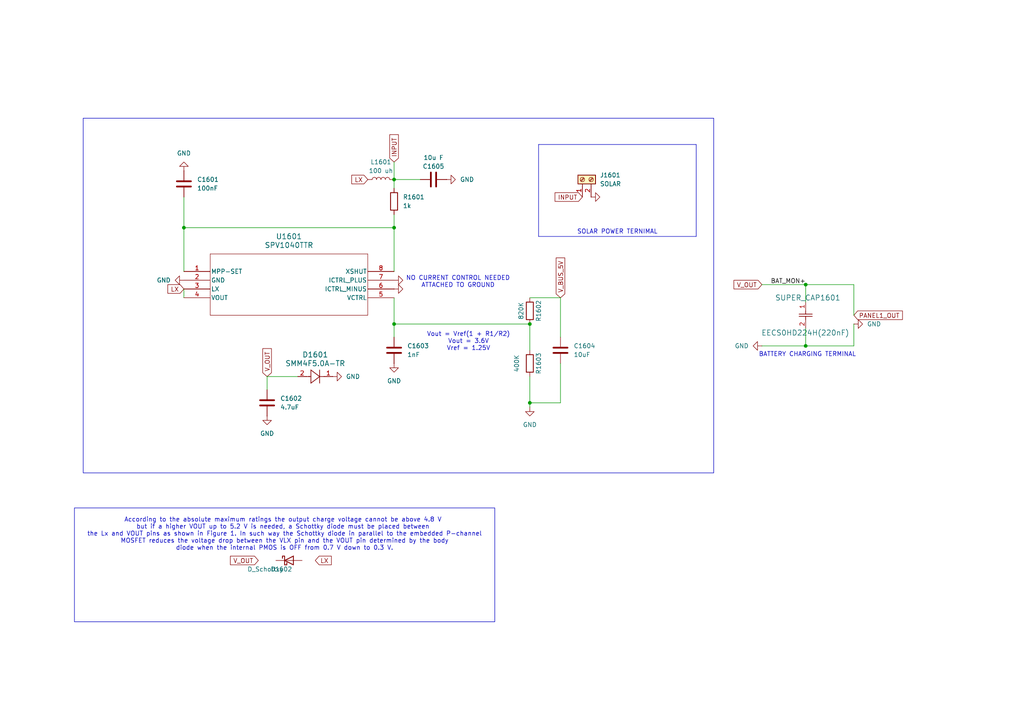
<source format=kicad_sch>
(kicad_sch (version 20231120) (generator "eeschema") (generator_version "8.0")
  (paper "A4")
  (title_block (date "V1"))
  (lib_symbols
    (symbol "2024-06-07_14-27-39:SPV1040TTR" (pin_names (offset 0.254))
      (property "Reference" "U" (at 30.48 10.16 0))
      (property "Value" "SPV1040TTR" (at 30.48 7.62 0))
      (symbol "SPV1040TTR_0_1"
        (polyline (pts (xy 7.62 -12.7) (xy 53.34 -12.7)) (stroke (width 0.127)))
        (polyline (pts (xy 7.62 5.08) (xy 7.62 -12.7)) (stroke (width 0.127)))
        (polyline (pts (xy 53.34 -12.7) (xy 53.34 5.08)) (stroke (width 0.127)))
        (polyline (pts (xy 53.34 5.08) (xy 7.62 5.08)) (stroke (width 0.127)))
        (pin unspecified line (at 0 0 0) (length 7.62) (name "MPP-SET") (number "1"))
        (pin power_out line (at 0 -2.54 0) (length 7.62) (name "GND") (number "2"))
        (pin unspecified line (at 0 -5.08 0) (length 7.62) (name "LX") (number "3"))
        (pin output line (at 0 -7.62 0) (length 7.62) (name "VOUT") (number "4"))
        (pin unspecified line (at 60.96 -7.62 180) (length 7.62) (name "VCTRL") (number "5"))
        (pin unspecified line (at 60.96 -5.08 180) (length 7.62) (name "ICTRL_MINUS") (number "6"))
        (pin unspecified line (at 60.96 -2.54 180) (length 7.62) (name "ICTRL_PLUS") (number "7"))
        (pin unspecified line (at 60.96 0 180) (length 7.62) (name "XSHUT") (number "8"))
      )
    )
    (symbol "2024-06-08_06-57-05:super_capacitor" (pin_names (offset 0.254))
      (property "Reference" "SUPER_CAPACITOR" (at -1.27 10.16 90))
      (property "Value" "EECS0HD224H" (at 7.62 7.62 90))
      (symbol "super_capacitor_1_1"
        (polyline (pts (xy 2.54 0) (xy 3.4798 0)) (stroke (width 0.2032)))
        (polyline (pts (xy 3.4798 -1.905) (xy 3.4798 1.905)) (stroke (width 0.2032)))
        (polyline (pts (xy 4.1148 -1.905) (xy 4.1148 1.905)) (stroke (width 0.2032)))
        (polyline (pts (xy 4.1148 0) (xy 5.08 0)) (stroke (width 0.2032)))
        (pin passive line (at 0 0 0) (length 2.54) (name "") (number "1"))
        (pin passive line (at 7.62 0 180) (length 2.54) (name "") (number "2"))
      )
      (symbol "super_capacitor_1_2"
        (polyline (pts (xy -1.905 -4.1148) (xy 1.905 -4.1148)) (stroke (width 0.2032)))
        (polyline (pts (xy -1.905 -3.4798) (xy 1.905 -3.4798)) (stroke (width 0.2032)))
        (polyline (pts (xy 0 -4.1148) (xy 0 -5.08)) (stroke (width 0.2032)))
        (polyline (pts (xy 0 -2.54) (xy 0 -3.4798)) (stroke (width 0.2032)))
        (pin unspecified line (at 0 0 270) (length 2.54) (name "") (number "1"))
        (pin unspecified line (at 0 -7.62 90) (length 2.54) (name "") (number "2"))
      )
    )
    (symbol "Connector:Screw_Terminal_01x02" (pin_names (offset 1.016) hide)
      (property "Reference" "J" (at 0 2.54 0))
      (property "Value" "Screw_Terminal_01x02" (at 0 -5.08 0))
      (symbol "Screw_Terminal_01x02_1_1"
        (rectangle (start -1.27 1.27) (end 1.27 -3.81) (stroke (width 0.254)) (fill (type background)))
        (circle (center 0 -2.54) (radius 0.635) (stroke (width 0.1524)))
        (polyline (pts (xy -0.5334 -2.2098) (xy 0.3302 -3.048)) (stroke (width 0.1524)))
        (polyline (pts (xy -0.5334 0.3302) (xy 0.3302 -0.508)) (stroke (width 0.1524)))
        (polyline (pts (xy -0.3556 -2.032) (xy 0.508 -2.8702)) (stroke (width 0.1524)))
        (polyline (pts (xy -0.3556 0.508) (xy 0.508 -0.3302)) (stroke (width 0.1524)))
        (circle (center 0 0) (radius 0.635) (stroke (width 0.1524)))
        (pin passive line (at -5.08 0 0) (length 3.81) (name "Pin_1") (number "1"))
        (pin passive line (at -5.08 -2.54 0) (length 3.81) (name "Pin_2") (number "2"))
      )
    )
    (symbol "Device:C" (pin_numbers hide) (pin_names (offset 0.254))
      (property "Reference" "C" (at 0.635 2.54 0))
      (property "Value" "C" (at 0.635 -2.54 0))
      (symbol "C_0_1"
        (polyline (pts (xy -2.032 -0.762) (xy 2.032 -0.762)) (stroke (width 0.508)))
        (polyline (pts (xy -2.032 0.762) (xy 2.032 0.762)) (stroke (width 0.508)))
      )
      (symbol "C_1_1"
        (pin passive line (at 0 3.81 270) (length 2.794) (name "~") (number "1"))
        (pin passive line (at 0 -3.81 90) (length 2.794) (name "~") (number "2"))
      )
    )
    (symbol "Device:D_Schottky" (pin_numbers hide) (pin_names (offset 1.016) hide)
      (property "Reference" "D" (at 0 2.54 0))
      (property "Value" "D_Schottky" (at 0 -2.54 0))
      (symbol "D_Schottky_0_1"
        (polyline (pts (xy 1.27 0) (xy -1.27 0)))
        (polyline (pts (xy 1.27 1.27) (xy 1.27 -1.27) (xy -1.27 0) (xy 1.27 1.27)) (stroke (width 0.254)))
        (polyline (pts (xy -1.905 0.635) (xy -1.905 1.27) (xy -1.27 1.27) (xy -1.27 -1.27) (xy -0.635 -1.27) (xy -0.635 -0.635)) (stroke (width 0.254)))
      )
      (symbol "D_Schottky_1_1"
        (pin passive line (at -3.81 0 0) (length 2.54) (name "K") (number "1"))
        (pin passive line (at 3.81 0 180) (length 2.54) (name "A") (number "2"))
      )
    )
    (symbol "Device:L" (pin_numbers hide) (pin_names (offset 1.016) hide)
      (property "Reference" "L" (at -1.27 0 90))
      (property "Value" "L" (at 1.905 0 90))
      (symbol "L_0_1"
        (arc (start 0 -2.54) (mid 0.6323 -1.905) (end 0 -1.27))
        (arc (start 0 -1.27) (mid 0.6323 -0.635) (end 0 0))
        (arc (start 0 0) (mid 0.6323 0.635) (end 0 1.27))
        (arc (start 0 1.27) (mid 0.6323 1.905) (end 0 2.54))
      )
      (symbol "L_1_1"
        (pin passive line (at 0 3.81 270) (length 1.27) (name "1") (number "1"))
        (pin passive line (at 0 -3.81 90) (length 1.27) (name "2") (number "2"))
      )
    )
    (symbol "Device:R" (pin_numbers hide) (pin_names (offset 0))
      (property "Reference" "R" (at 2.032 0 90))
      (property "Value" "R" (at 0 0 90))
      (symbol "R_0_1"
        (rectangle (start -1.016 -2.54) (end 1.016 2.54) (stroke (width 0.254)))
      )
      (symbol "R_1_1"
        (pin passive line (at 0 3.81 270) (length 1.27) (name "~") (number "1"))
        (pin passive line (at 0 -3.81 90) (length 1.27) (name "~") (number "2"))
      )
    )
    (symbol "SMM4F5:SMM4F5.0A-TR" (pin_names (offset 0.254))
      (property "Reference" "CR" (at 5.08 4.445 0))
      (property "Value" "SMM4F5.0A-TR" (at 5.08 -3.81 0))
      (symbol "SMM4F5.0A-TR_0_1"
        (polyline (pts (xy 2.54 0) (xy 3.4798 0)) (stroke (width 0.2032)))
        (polyline (pts (xy 3.175 0) (xy 3.81 0)) (stroke (width 0.2032)))
        (polyline (pts (xy 3.81 -1.905) (xy 6.35 0)) (stroke (width 0.2032)))
        (polyline (pts (xy 3.81 1.905) (xy 3.81 -1.905)) (stroke (width 0.2032)))
        (polyline (pts (xy 6.35 -1.905) (xy 6.35 1.905)) (stroke (width 0.2032)))
        (polyline (pts (xy 6.35 0) (xy 3.81 1.905)) (stroke (width 0.2032)))
        (polyline (pts (xy 6.35 0) (xy 7.62 0)) (stroke (width 0.2032)))
        (pin unspecified line (at 10.16 0 180) (length 2.54) (name "") (number "1"))
        (pin unspecified line (at 0 0 0) (length 2.54) (name "") (number "2"))
      )
    )
    (symbol "power:GND" (power) (pin_numbers hide) (pin_names (offset 0) hide)
      (property "Value" "GND" (at 0 -3.81 0))
      (symbol "GND_0_1"
        (polyline (pts (xy 0 0) (xy 0 -1.27) (xy 1.27 -1.27) (xy 0 -2.54) (xy -1.27 -1.27) (xy 0 -1.27)))
      )
      (symbol "GND_1_1"
        (pin power_in line (at 0 0 270) (length 0) (name "~") (number "1"))
      )
    )
  )
  (junction (at 114.3 52.07))
  (junction (at 114.3 93.98))
  (junction (at 233.68 82.55))
  (junction (at 53.34 66.04))
  (junction (at 114.3 66.04))
  (junction (at 153.67 93.98))
  (junction (at 233.68 100.33))
  (junction (at 153.67 116.84))
  (polyline (pts (xy 156.21 41.91) (xy 156.21 68.58)))
  (wire (pts (xy 233.68 82.55) (xy 247.65 82.55)))
  (wire (pts (xy 77.47 109.22) (xy 77.47 113.03)))
  (wire (pts (xy 220.98 100.33) (xy 233.68 100.33)))
  (wire (pts (xy 153.67 93.98) (xy 153.67 101.6)))
  (wire (pts (xy 114.3 66.04) (xy 53.34 66.04)))
  (wire (pts (xy 153.67 86.36) (xy 162.56 86.36)))
  (wire (pts (xy 114.3 86.36) (xy 114.3 93.98)))
  (wire (pts (xy 153.67 109.22) (xy 153.67 116.84)))
  (polyline (pts (xy 156.21 41.91) (xy 201.93 41.91)))
  (wire (pts (xy 114.3 62.23) (xy 114.3 66.04)))
  (wire (pts (xy 247.65 93.98) (xy 247.65 100.33)))
  (wire (pts (xy 233.68 87.63) (xy 233.68 82.55)))
  (wire (pts (xy 114.3 93.98) (xy 114.3 97.79)))
  (wire (pts (xy 77.47 109.22) (xy 86.36 109.22)))
  (wire (pts (xy 114.3 52.07) (xy 121.92 52.07)))
  (polyline (pts (xy 201.93 68.58) (xy 201.93 41.91)))
  (wire (pts (xy 162.56 105.41) (xy 162.56 116.84)))
  (wire (pts (xy 247.65 82.55) (xy 247.65 91.44)))
  (wire (pts (xy 114.3 52.07) (xy 114.3 54.61)))
  (polyline (pts (xy 156.21 68.58) (xy 201.93 68.58)))
  (wire (pts (xy 162.56 86.36) (xy 162.56 97.79)))
  (wire (pts (xy 53.34 83.82) (xy 53.34 86.36)))
  (wire (pts (xy 114.3 66.04) (xy 114.3 78.74)))
  (wire (pts (xy 220.98 82.55) (xy 233.68 82.55)))
  (wire (pts (xy 114.3 93.98) (xy 153.67 93.98)))
  (wire (pts (xy 153.67 116.84) (xy 153.67 118.11)))
  (wire (pts (xy 53.34 66.04) (xy 53.34 78.74)))
  (wire (pts (xy 233.68 95.25) (xy 233.68 100.33)))
  (wire (pts (xy 114.3 46.99) (xy 114.3 52.07)))
  (wire (pts (xy 53.34 57.15) (xy 53.34 66.04)))
  (wire (pts (xy 153.67 116.84) (xy 162.56 116.84)))
  (wire (pts (xy 233.68 100.33) (xy 247.65 100.33)))
  (rectangle (start 24.13 34.29) (end 207.01 137.16))
  (rectangle (start 21.59 147.32) (end 143.51 180.34))
  (text "BATTERY CHARGING TERMINAL\n" (at 234.188 102.87 0) (effects (font (size 1.27 1.27))))
  (text "Vout = Vref(1 + R1/R2)\nVout = 3.6V\nVref = 1.25V" (at 135.89 99.06 0) (effects (font (size 1.27 1.27))))
  (text "NO CURRENT CONTROL NEEDED\nATTACHED TO GROUND\n" (at 132.842 81.788 0) (effects (font (size 1.27 1.27))))
  (text "SOLAR POWER TERNIMAL\n" (at 179.07 67.31 0) (effects (font (size 1.27 1.27))))
  (text "According to the absolute maximum ratings the output charge voltage cannot be above 4.8 V \nbut if a higher VOUT up to 5.2 V is needed, a Schottky diode must be placed between \nthe Lx and VOUT pins as shown in Figure 1. In such way the Schottky diode in parallel to the embedded P-channel\n MOSFET reduces the voltage drop between the VLX pin and the VOUT pin determined by the body \ndiode when the internal PMOS is OFF from 0.7 V down to 0.3 V." (at 82.55 154.94 0) (effects (font (size 1.27 1.27))))
  (label "BAT_MON+" (at 223.52 82.55 0))
  (global_label "V_BUS_5V" (shape input) (at 162.56 86.36 90) (property "Intersheetrefs" "${INTERSHEET_REFS}" (effects (hide yes))))
  (global_label "LX" (shape input) (at 106.68 52.07 180) (property "Intersheetrefs" "${INTERSHEET_REFS}" (effects (hide yes))))
  (global_label "INPUT" (shape input) (at 168.91 57.15 180) (property "Intersheetrefs" "${INTERSHEET_REFS}" (effects (hide yes))))
  (global_label "PANEL1_OUT" (shape input) (at 247.65 91.44 0) (property "Intersheetrefs" "${INTERSHEET_REFS}" (effects (hide yes))))
  (global_label "LX" (shape input) (at 53.34 83.82 180) (property "Intersheetrefs" "${INTERSHEET_REFS}" (effects (hide yes))))
  (global_label "V_OUT" (shape input) (at 74.93 162.56 180) (property "Intersheetrefs" "${INTERSHEET_REFS}" (effects (hide yes))))
  (global_label "V_OUT" (shape input) (at 77.47 109.22 90) (property "Intersheetrefs" "${INTERSHEET_REFS}" (effects (hide yes))))
  (global_label "INPUT" (shape input) (at 114.3 46.99 90) (property "Intersheetrefs" "${INTERSHEET_REFS}" (effects (hide yes))))
  (global_label "V_OUT" (shape input) (at 220.98 82.55 180) (property "Intersheetrefs" "${INTERSHEET_REFS}" (effects (hide yes))))
  (global_label "LX" (shape input) (at 91.44 162.56 0) (property "Intersheetrefs" "${INTERSHEET_REFS}" (effects (hide yes))))
  (symbol (lib_id "power:GND") (at 96.52 109.22 90) (unit 1)
    (property "Reference" "#PWR034" (effects (hide yes)))
    (property "Value" "GND" (at 100.33 109.2199 90) (effects (justify right)))
    (property "Description" "Power symbol creates a global label with name \"GND\" , ground" (effects (hide yes)))
  )
  (symbol (lib_id "power:GND") (at 53.34 81.28 270) (unit 1)
    (property "Reference" "#PWR032" (effects (hide yes)))
    (property "Value" "GND" (at 49.53 81.2799 90) (effects (justify right)))
    (property "Description" "Power symbol creates a global label with name \"GND\" , ground" (effects (hide yes)))
  )
  (symbol (lib_id "power:GND") (at 114.3 81.28 90) (unit 1)
    (property "Reference" "#PWR035" (effects (hide yes)))
    (property "Value" "GND" (effects (hide yes)))
    (property "Description" "Power symbol creates a global label with name \"GND\" , ground" (effects (hide yes)))
  )
  (symbol (lib_id "power:GND") (at 114.3 83.82 90) (unit 1)
    (property "Reference" "#PWR036" (effects (hide yes)))
    (property "Value" "GND" (effects (hide yes)))
    (property "Description" "Power symbol creates a global label with name \"GND\" , ground" (effects (hide yes)))
  )
  (symbol (lib_id "Device:C") (at 77.47 116.84 180) (unit 1)
    (property "Reference" "C1602" (at 81.28 115.5699 0) (effects (justify right)))
    (property "Value" "4.7uF" (at 81.28 118.1099 0) (effects (justify right)))
    (property "Footprint" "Capacitor_SMD:C_0603_1608Metric" (effects (hide yes)))
    (property "Description" "Unpolarized capacitor" (effects (hide yes)))
  )
  (symbol (lib_id "power:GND") (at 153.67 118.11 0) (unit 1)
    (property "Reference" "#PWR039" (effects (hide yes)))
    (property "Value" "GND" (at 153.67 123.19 0))
    (property "Description" "Power symbol creates a global label with name \"GND\" , ground" (effects (hide yes)))
  )
  (symbol (lib_id "Device:C") (at 53.34 53.34 0) (unit 1)
    (property "Reference" "C1601" (at 57.15 52.0699 0) (effects (justify left)))
    (property "Value" "100nF" (at 57.15 54.6099 0) (effects (justify left)))
    (property "Footprint" "Capacitor_SMD:C_0603_1608Metric" (effects (hide yes)))
    (property "Description" "Unpolarized capacitor" (effects (hide yes)))
  )
  (symbol (lib_id "power:GND") (at 77.47 120.65 0) (unit 1)
    (property "Reference" "#PWR033" (effects (hide yes)))
    (property "Value" "GND" (at 77.47 125.73 0))
    (property "Description" "Power symbol creates a global label with name \"GND\" , ground" (effects (hide yes)))
  )
  (symbol (lib_id "Device:C") (at 114.3 101.6 0) (unit 1)
    (property "Reference" "C1603" (at 118.11 100.3299 0) (effects (justify left)))
    (property "Value" "1nF" (at 118.11 102.8699 0) (effects (justify left)))
    (property "Footprint" "Capacitor_SMD:C_0603_1608Metric" (effects (hide yes)))
    (property "Description" "Unpolarized capacitor" (effects (hide yes)))
  )
  (symbol (lib_id "power:GND") (at 114.3 105.41 0) (unit 1)
    (property "Reference" "#PWR037" (effects (hide yes)))
    (property "Value" "GND" (at 114.3 110.49 0))
    (property "Description" "Power symbol creates a global label with name \"GND\" , ground" (effects (hide yes)))
  )
  (symbol (lib_id "power:GND") (at 129.54 52.07 90) (unit 1)
    (property "Reference" "#PWR038" (effects (hide yes)))
    (property "Value" "GND" (at 133.4133 52.0699 90) (effects (justify right)))
    (property "Description" "Power symbol creates a global label with name \"GND\" , ground" (effects (hide yes)))
  )
  (symbol (lib_id "2024-06-08_06-57-05:super_capacitor") (at 233.68 87.63 270) (unit 1)
    (property "Reference" "SUPER_CAP1601" (at 243.84 86.36 90) (effects (font (size 1.524 1.524)) (justify right)))
    (property "Value" "EECS0HD224H(220nF)" (at 246.38 96.52 90) (effects (font (size 1.524 1.524)) (justify right)))
    (property "Footprint" "SPV1040T:CAP_EECS0_H_PAN" (effects (hide yes)))
    (property "Datasheet" "EECS0HD224H" (effects (hide yes)))
  )
  (symbol (lib_id "Device:C") (at 125.73 52.07 90) (unit 1)
    (property "Reference" "C1605" (at 125.73 48.26 90))
    (property "Value" "10u F" (at 125.73 45.72 90))
    (property "Footprint" "Capacitor_SMD:C_0603_1608Metric" (effects (hide yes)))
    (property "Description" "Unpolarized capacitor" (effects (hide yes)))
  )
  (symbol (lib_id "Device:L") (at 110.49 52.07 90) (unit 1)
    (property "Reference" "L1601" (at 110.49 46.99 90))
    (property "Value" "100 uh" (at 110.49 49.53 90))
    (property "Footprint" "Inductor_SMD:L_Coilcraft_XAL6060-XXX" (effects (hide yes)))
    (property "Description" "Inductor" (effects (hide yes)))
  )
  (symbol (lib_id "Device:C") (at 162.56 101.6 0) (unit 1)
    (property "Reference" "C1604" (at 166.37 100.3299 0) (effects (justify left)))
    (property "Value" "10uF" (at 166.37 102.8699 0) (effects (justify left)))
    (property "Footprint" "Capacitor_SMD:C_0603_1608Metric" (effects (hide yes)))
    (property "Description" "Unpolarized capacitor" (effects (hide yes)))
  )
  (symbol (lib_id "power:GND") (at 171.45 57.15 90) (unit 1)
    (property "Reference" "#PWR040" (effects (hide yes)))
    (property "Value" "GND" (effects (hide yes)))
    (property "Description" "Power symbol creates a global label with name \"GND\" , ground" (effects (hide yes)))
  )
  (symbol (lib_id "Device:R") (at 153.67 90.17 180) (unit 1)
    (property "Reference" "R1602" (at 156.21 90.17 90))
    (property "Value" "820K" (at 151.13 90.17 90))
    (property "Footprint" "Resistor_SMD:R_0603_1608Metric" (effects (hide yes)))
    (property "Description" "Resistor" (effects (hide yes)))
  )
  (symbol (lib_id "Connector:Screw_Terminal_01x02") (at 168.91 52.07 90) (unit 1)
    (property "Reference" "J1601" (at 173.99 50.7999 90) (effects (justify right)))
    (property "Value" "SOLAR" (at 173.99 53.3399 90) (effects (justify right)))
    (property "Footprint" "TerminalBlock_Phoenix:TerminalBlock_Phoenix_PT-1,5-2-5.0-H_1x02_P5.00mm_Horizontal" (effects (hide yes)))
    (property "Description" "Generic screw terminal, single row, 01x02, script generated (kicad-library-utils/schlib/autogen/connector/)" (effects (hide yes)))
  )
  (symbol (lib_id "Device:R") (at 114.3 58.42 0) (unit 1)
    (property "Reference" "R1601" (at 116.84 57.1499 0) (effects (justify left)))
    (property "Value" "1k" (at 116.84 59.6899 0) (effects (justify left)))
    (property "Footprint" "Resistor_SMD:R_0603_1608Metric" (effects (hide yes)))
    (property "Description" "Resistor" (effects (hide yes)))
  )
  (symbol (lib_id "SMM4F5:SMM4F5.0A-TR") (at 86.36 109.22 0) (unit 1)
    (property "Reference" "D1601" (at 91.44 102.87 0) (effects (font (size 1.524 1.524))))
    (property "Value" "SMM4F5.0A-TR" (at 91.44 105.41 0) (effects (font (size 1.524 1.524))))
    (property "Datasheet" "SMM4F5.0A-TR" (effects (hide yes)))
  )
  (symbol (lib_id "power:GND") (at 247.65 93.98 90) (unit 1)
    (property "Reference" "#PWR042" (effects (hide yes)))
    (property "Value" "GND" (at 251.46 93.9799 90) (effects (justify right)))
    (property "Description" "Power symbol creates a global label with name \"GND\" , ground" (effects (hide yes)))
  )
  (symbol (lib_id "Device:D_Schottky") (at 83.82 162.56 0) (unit 1)
    (property "Reference" "D1602" (at 84.7726 165.1 0) (effects (justify right)))
    (property "Value" "D_Schottky" (at 82.2326 165.1 0) (effects (justify right)))
    (property "Description" "Schottky diode" (effects (hide yes)))
  )
  (symbol (lib_id "2024-06-07_14-27-39:SPV1040TTR") (at 53.34 78.74 0) (unit 1)
    (property "Reference" "U1601" (at 83.82 68.58 0) (effects (font (size 1.524 1.524))))
    (property "Value" "SPV1040TTR" (at 83.82 71.12 0) (effects (font (size 1.524 1.524))))
    (property "Footprint" "SPV1040:SOP65P640X120-8N" (effects (hide yes)))
    (property "Datasheet" "SPV1040TTR" (effects (hide yes)))
  )
  (symbol (lib_id "power:GND") (at 220.98 100.33 270) (unit 1)
    (property "Reference" "#PWR041" (effects (hide yes)))
    (property "Value" "GND" (at 217.17 100.3299 90) (effects (justify right)))
    (property "Description" "Power symbol creates a global label with name \"GND\" , ground" (effects (hide yes)))
  )
  (symbol (lib_id "Device:R") (at 153.67 105.41 180) (unit 1)
    (property "Reference" "R1603" (at 156.21 105.41 90))
    (property "Value" "400K" (at 149.86 105.41 90))
    (property "Footprint" "Resistor_SMD:R_0603_1608Metric" (effects (hide yes)))
    (property "Description" "Resistor" (effects (hide yes)))
  )
  (symbol (lib_id "power:GND") (at 53.34 49.53 180) (unit 1)
    (property "Reference" "#PWR031" (effects (hide yes)))
    (property "Value" "GND" (at 53.34 44.45 0))
    (property "Description" "Power symbol creates a global label with name \"GND\" , ground" (effects (hide yes)))
  )
)
</source>
